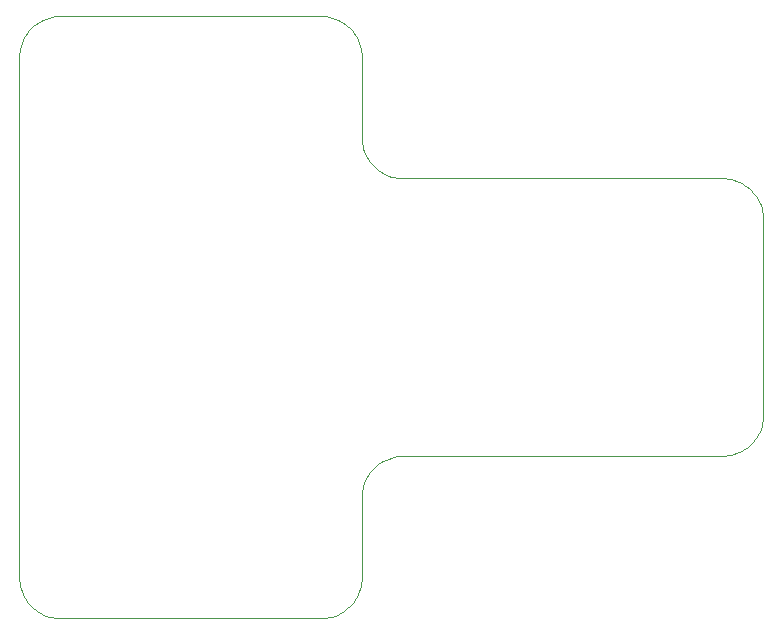
<source format=gko>
G04*
G04 #@! TF.GenerationSoftware,Altium Limited,Altium Designer,23.9.2 (47)*
G04*
G04 Layer_Color=8388736*
%FSLAX25Y25*%
%MOIN*%
G70*
G04*
G04 #@! TF.SameCoordinates,5BF2F9AB-C423-4005-A627-090FB2B952A9*
G04*
G04*
G04 #@! TF.FilePolarity,Positive*
G04*
G01*
G75*
%ADD12C,0.00394*%
D12*
X82677Y86614D02*
X82642Y87597D01*
X82537Y88575D01*
X82362Y89543D01*
X82119Y90496D01*
X81808Y91430D01*
X81432Y92338D01*
X80992Y93218D01*
X80490Y94064D01*
X79929Y94872D01*
X79312Y95638D01*
X78641Y96358D01*
X77921Y97028D01*
X77155Y97645D01*
X76347Y98206D01*
X75502Y98708D01*
X74622Y99148D01*
X73713Y99525D01*
X72780Y99835D01*
X71827Y100079D01*
X70859Y100253D01*
X69881Y100359D01*
X68898Y100394D01*
X82677Y60039D02*
X82712Y59056D01*
X82817Y58078D01*
X82992Y57110D01*
X83235Y56157D01*
X83546Y55224D01*
X83922Y54315D01*
X84363Y53436D01*
X84865Y52590D01*
X85426Y51782D01*
X86043Y51016D01*
X86713Y50296D01*
X87433Y49626D01*
X88199Y49008D01*
X89007Y48447D01*
X89853Y47945D01*
X90733Y47505D01*
X91641Y47129D01*
X92575Y46818D01*
X93528Y46575D01*
X94496Y46400D01*
X95474Y46295D01*
X96457Y46260D01*
Y-46260D02*
X95474Y-46295D01*
X94496Y-46400D01*
X93528Y-46575D01*
X92575Y-46818D01*
X91641Y-47129D01*
X90733Y-47505D01*
X89853Y-47945D01*
X89007Y-48447D01*
X88199Y-49008D01*
X87433Y-49626D01*
X86713Y-50296D01*
X86043Y-51016D01*
X85426Y-51782D01*
X84865Y-52590D01*
X84363Y-53436D01*
X83922Y-54315D01*
X83546Y-55224D01*
X83235Y-56157D01*
X82992Y-57110D01*
X82817Y-58078D01*
X82712Y-59056D01*
X82677Y-60039D01*
X68898Y-100394D02*
X69881Y-100359D01*
X70859Y-100253D01*
X71827Y-100079D01*
X72780Y-99835D01*
X73713Y-99525D01*
X74622Y-99148D01*
X75502Y-98708D01*
X76347Y-98206D01*
X77155Y-97645D01*
X77921Y-97028D01*
X78641Y-96358D01*
X79312Y-95638D01*
X79929Y-94872D01*
X80490Y-94064D01*
X80992Y-93218D01*
X81432Y-92338D01*
X81808Y-91430D01*
X82119Y-90496D01*
X82362Y-89543D01*
X82537Y-88575D01*
X82642Y-87597D01*
X82677Y-86614D01*
X-31496D02*
X-31461Y-87597D01*
X-31356Y-88575D01*
X-31181Y-89543D01*
X-30938Y-90496D01*
X-30627Y-91430D01*
X-30251Y-92338D01*
X-29811Y-93218D01*
X-29309Y-94064D01*
X-28748Y-94872D01*
X-28130Y-95638D01*
X-27460Y-96358D01*
X-26740Y-97028D01*
X-25974Y-97645D01*
X-25166Y-98206D01*
X-24320Y-98708D01*
X-23441Y-99148D01*
X-22532Y-99525D01*
X-21599Y-99835D01*
X-20646Y-100079D01*
X-19678Y-100253D01*
X-18699Y-100359D01*
X-17717Y-100394D01*
Y100394D02*
X-18699Y100359D01*
X-19678Y100253D01*
X-20646Y100079D01*
X-21599Y99835D01*
X-22532Y99525D01*
X-23441Y99148D01*
X-24320Y98708D01*
X-25166Y98206D01*
X-25974Y97645D01*
X-26740Y97028D01*
X-27460Y96358D01*
X-28130Y95638D01*
X-28748Y94872D01*
X-29309Y94064D01*
X-29811Y93218D01*
X-30251Y92338D01*
X-30627Y91430D01*
X-30938Y90496D01*
X-31181Y89543D01*
X-31356Y88575D01*
X-31461Y87597D01*
X-31496Y86614D01*
X216535Y32480D02*
X216500Y33463D01*
X216395Y34441D01*
X216220Y35409D01*
X215977Y36362D01*
X215667Y37296D01*
X215290Y38205D01*
X214850Y39084D01*
X214348Y39930D01*
X213787Y40738D01*
X213170Y41504D01*
X212499Y42224D01*
X211780Y42894D01*
X211014Y43511D01*
X210206Y44072D01*
X209360Y44574D01*
X208480Y45015D01*
X207571Y45391D01*
X206638Y45702D01*
X205685Y45945D01*
X204717Y46120D01*
X203739Y46225D01*
X202756Y46260D01*
Y-46260D02*
X203739Y-46225D01*
X204717Y-46120D01*
X205685Y-45945D01*
X206638Y-45702D01*
X207571Y-45391D01*
X208480Y-45015D01*
X209360Y-44574D01*
X210206Y-44072D01*
X211014Y-43511D01*
X211780Y-42894D01*
X212499Y-42224D01*
X213170Y-41504D01*
X213787Y-40738D01*
X214348Y-39930D01*
X214850Y-39084D01*
X215290Y-38205D01*
X215667Y-37296D01*
X215977Y-36362D01*
X216220Y-35409D01*
X216395Y-34441D01*
X216500Y-33463D01*
X216535Y-32480D01*
X-17717Y100394D02*
X68898D01*
X82677Y62008D02*
Y86614D01*
X82677Y60039D02*
X82677Y62008D01*
X82677Y-60039D02*
X82677Y-62008D01*
Y-86614D02*
Y-62008D01*
X96457Y-46260D02*
X202756Y-46260D01*
X-17717Y-100394D02*
X68898D01*
X-31496Y-86614D02*
Y86614D01*
X216535Y-32480D02*
Y32480D01*
X96457Y46260D02*
X202756Y46260D01*
M02*

</source>
